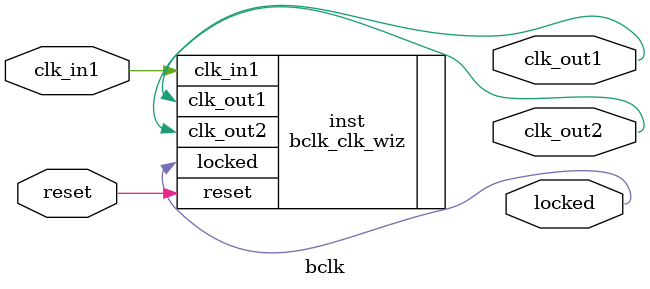
<source format=v>


`timescale 1ps/1ps

(* CORE_GENERATION_INFO = "bclk,clk_wiz_v6_0_12_0_0,{component_name=bclk,use_phase_alignment=true,use_min_o_jitter=false,use_max_i_jitter=false,use_dyn_phase_shift=false,use_inclk_switchover=false,use_dyn_reconfig=false,enable_axi=0,feedback_source=FDBK_AUTO,PRIMITIVE=MMCM,num_out_clk=2,clkin1_period=10.000,clkin2_period=10.000,use_power_down=false,use_reset=true,use_locked=true,use_inclk_stopped=false,feedback_type=SINGLE,CLOCK_MGR_TYPE=NA,manual_override=false}" *)

module bclk 
 (
  // Clock out ports
  output        clk_out1,
  output        clk_out2,
  // Status and control signals
  input         reset,
  output        locked,
 // Clock in ports
  input         clk_in1
 );

  bclk_clk_wiz inst
  (
  // Clock out ports  
  .clk_out1(clk_out1),
  .clk_out2(clk_out2),
  // Status and control signals               
  .reset(reset), 
  .locked(locked),
 // Clock in ports
  .clk_in1(clk_in1)
  );

endmodule

</source>
